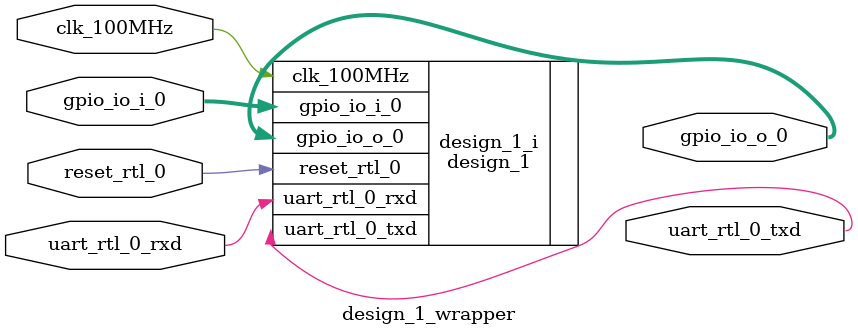
<source format=v>
`timescale 1 ps / 1 ps

module design_1_wrapper
   (clk_100MHz,
    gpio_io_i_0,
    gpio_io_o_0,
    reset_rtl_0,
    uart_rtl_0_rxd,
    uart_rtl_0_txd);
  input clk_100MHz;
  input [1:0]gpio_io_i_0;
  output [1:0]gpio_io_o_0;
  input reset_rtl_0;
  input uart_rtl_0_rxd;
  output uart_rtl_0_txd;

  wire clk_100MHz;
  wire [1:0]gpio_io_i_0;
  wire [1:0]gpio_io_o_0;
  wire reset_rtl_0;
  wire uart_rtl_0_rxd;
  wire uart_rtl_0_txd;

  design_1 design_1_i
       (.clk_100MHz(clk_100MHz),
        .gpio_io_i_0(gpio_io_i_0),
        .gpio_io_o_0(gpio_io_o_0),
        .reset_rtl_0(reset_rtl_0),
        .uart_rtl_0_rxd(uart_rtl_0_rxd),
        .uart_rtl_0_txd(uart_rtl_0_txd));
endmodule

</source>
